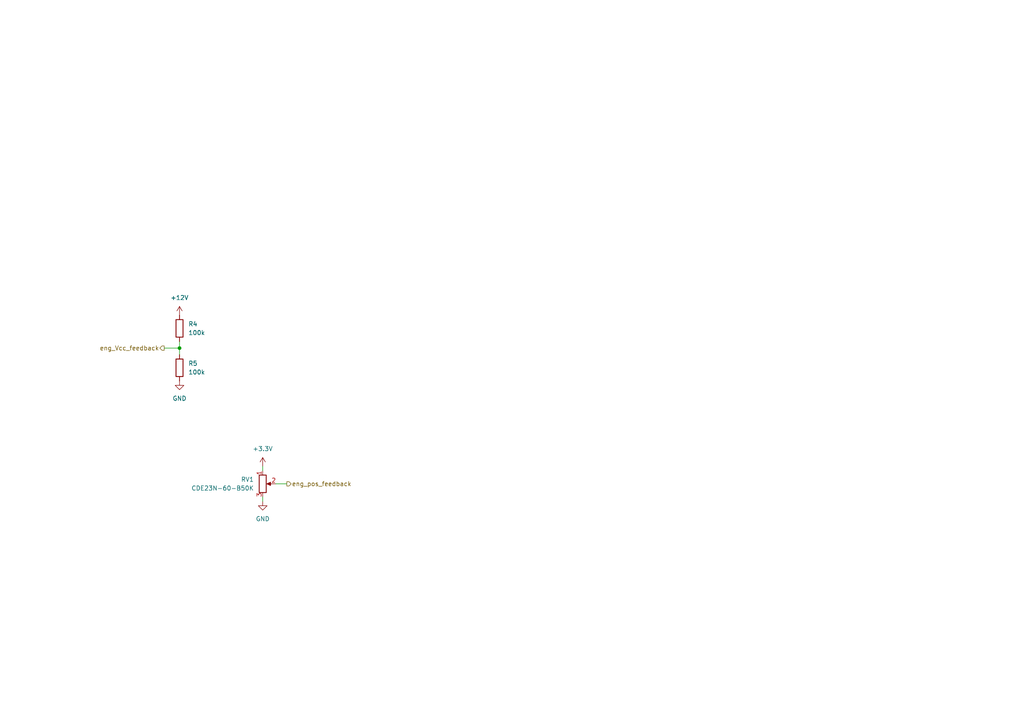
<source format=kicad_sch>
(kicad_sch (version 20230121) (generator eeschema)
  (paper "A4")
  (lib_symbols
    (symbol "Device:R" (pin_numbers hide) (pin_names (offset 0))
      (property "Reference" "R" (at 2.032 0 90))
      (property "Value" "R" (at 0 0 90))
      (symbol "R_0_1"
        (rectangle (start -1.016 -2.54) (end 1.016 2.54) (stroke (width 0.254)))
      )
      (symbol "R_1_1"
        (pin passive line (at 0 3.81 270) (length 1.27) (name "~") (number "1"))
        (pin passive line (at 0 -3.81 90) (length 1.27) (name "~") (number "2"))
      )
    )
    (symbol "Device:R_Potentiometer" (pin_names (offset 1.016) hide)
      (property "Reference" "RV" (at -4.445 0 90))
      (property "Value" "R_Potentiometer" (at -2.54 0 90))
      (symbol "R_Potentiometer_0_1"
        (polyline (pts (xy 2.54 0) (xy 1.524 0)))
        (polyline (pts (xy 1.143 0) (xy 2.286 0.508) (xy 2.286 -0.508) (xy 1.143 0)) (fill (type outline)))
        (rectangle (start 1.016 2.54) (end -1.016 -2.54) (stroke (width 0.254)))
      )
      (symbol "R_Potentiometer_1_1"
        (pin passive line (at 0 3.81 270) (length 1.27) (name "1") (number "1"))
        (pin passive line (at 3.81 0 180) (length 1.27) (name "2") (number "2"))
        (pin passive line (at 0 -3.81 90) (length 1.27) (name "3") (number "3"))
      )
    )
    (symbol "power:+12V" (power) (pin_names (offset 0))
      (property "Value" "+12V" (at 0 3.556 0))
      (symbol "+12V_0_1"
        (polyline (pts (xy -0.762 1.27) (xy 0 2.54)))
        (polyline (pts (xy 0 0) (xy 0 2.54)))
        (polyline (pts (xy 0 2.54) (xy 0.762 1.27)))
      )
      (symbol "+12V_1_1"
        (pin power_in line (at 0 0 90) (length 0) hide (name "+12V") (number "1"))
      )
    )
    (symbol "power:+3.3V" (power) (pin_names (offset 0))
      (property "Value" "+3.3V" (at 0 3.556 0))
      (symbol "+3.3V_0_1"
        (polyline (pts (xy -0.762 1.27) (xy 0 2.54)))
        (polyline (pts (xy 0 0) (xy 0 2.54)))
        (polyline (pts (xy 0 2.54) (xy 0.762 1.27)))
      )
      (symbol "+3.3V_1_1"
        (pin power_in line (at 0 0 90) (length 0) hide (name "+3.3V") (number "1"))
      )
    )
    (symbol "power:GND" (power) (pin_names (offset 0))
      (property "Value" "GND" (at 0 -3.81 0))
      (symbol "GND_0_1"
        (polyline (pts (xy 0 0) (xy 0 -1.27) (xy 1.27 -1.27) (xy 0 -2.54) (xy -1.27 -1.27) (xy 0 -1.27)))
      )
      (symbol "GND_1_1"
        (pin power_in line (at 0 0 270) (length 0) hide (name "GND") (number "1"))
      )
    )
  )
  (junction (at 52.07 100.965))
  (wire (pts (xy 52.07 99.06) (xy 52.07 100.965)))
  (wire (pts (xy 47.625 100.965) (xy 52.07 100.965)))
  (wire (pts (xy 52.07 100.965) (xy 52.07 102.87)))
  (wire (pts (xy 76.2 135.255) (xy 76.2 136.525)))
  (wire (pts (xy 83.185 140.335) (xy 80.01 140.335)))
  (wire (pts (xy 76.2 144.145) (xy 76.2 145.415)))
  (hierarchical_label "eng_Vcc_feedback" (shape output) (at 47.625 100.965 180))
  (hierarchical_label "eng_pos_feedback" (shape output) (at 83.185 140.335 0))
  (symbol (lib_id "power:GND") (at 76.2 145.415 0) (unit 1)
    (property "Reference" "#PWR07" (effects hide))
    (property "Value" "GND" (at 76.2 150.495 0))
  )
  (symbol (lib_id "Device:R") (at 52.07 106.68 0) (unit 1)
    (property "Reference" "R5" (at 54.61 105.41 0) (effects (justify left)))
    (property "Value" "100k" (at 54.61 107.95 0) (effects (justify left)))
    (property "Footprint" "Resistor_SMD:R_0603_1608Metric" (effects hide))
  )
  (symbol (lib_id "Device:R_Potentiometer") (at 76.2 140.335 0) (unit 1)
    (property "Reference" "RV1" (at 73.66 139.065 0) (effects (justify right)))
    (property "Value" "CDE23N-60-B50K" (at 73.66 141.605 0) (effects (justify right)))
    (property "Footprint" "st_passives_potentiometers:CDE23N-60-B50K" (effects hide))
  )
  (symbol (lib_id "power:GND") (at 52.07 110.49 0) (unit 1)
    (property "Reference" "#PWR038" (effects hide))
    (property "Value" "GND" (at 52.07 115.57 0))
  )
  (symbol (lib_id "power:+12V") (at 52.07 91.44 0) (unit 1)
    (property "Reference" "#PWR039" (effects hide))
    (property "Value" "+12V" (at 52.07 86.36 0))
  )
  (symbol (lib_id "Device:R") (at 52.07 95.25 0) (unit 1)
    (property "Reference" "R4" (at 54.61 93.98 0) (effects (justify left)))
    (property "Value" "100k" (at 54.61 96.52 0) (effects (justify left)))
    (property "Footprint" "Resistor_SMD:R_0603_1608Metric" (effects hide))
  )
  (symbol (lib_id "power:+3.3V") (at 76.2 135.255 0) (unit 1)
    (property "Reference" "#PWR06" (effects hide))
    (property "Value" "+3.3V" (at 76.2 130.175 0))
  )
)
</source>
